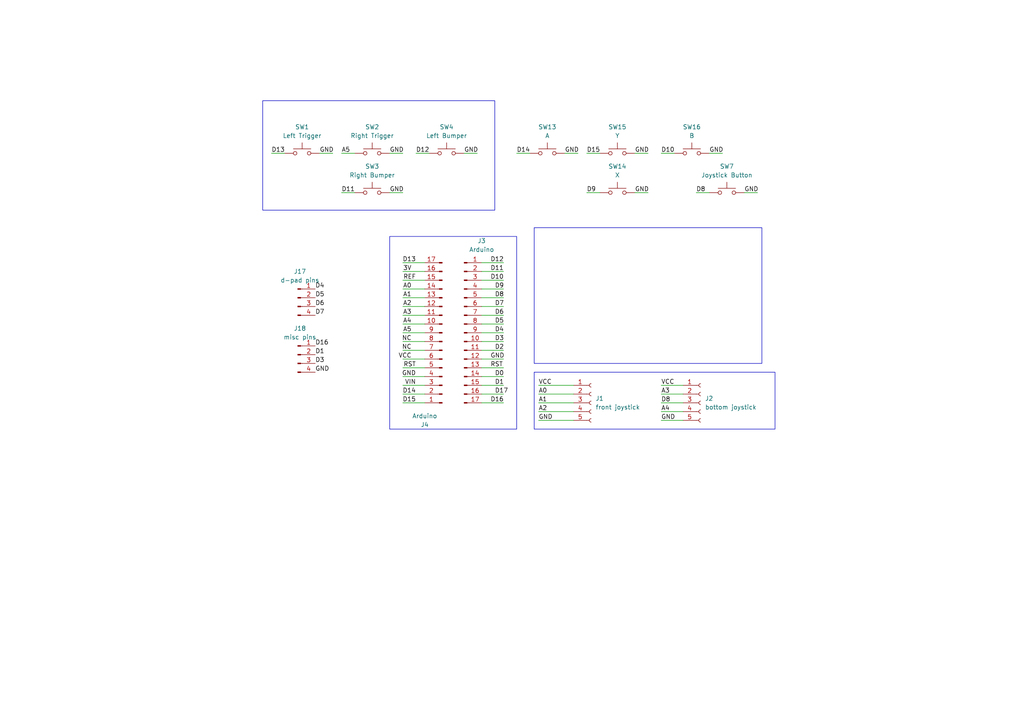
<source format=kicad_sch>
(kicad_sch (version 20231120) (generator "eeschema") (generator_version "8.0")
  (paper "A4")
  (lib_symbols
    (symbol "Connector:Conn_01x04_Pin" (pin_names (offset 1.016) hide)
      (property "Reference" "J" (at 0 5.08 0))
      (property "Value" "Conn_01x04_Pin" (at 0 -7.62 0))
      (symbol "Conn_01x04_Pin_1_1"
        (polyline (pts (xy 1.27 -5.08) (xy 0.8636 -5.08)) (stroke (width 0.1524)))
        (polyline (pts (xy 1.27 -2.54) (xy 0.8636 -2.54)) (stroke (width 0.1524)))
        (polyline (pts (xy 1.27 0) (xy 0.8636 0)) (stroke (width 0.1524)))
        (polyline (pts (xy 1.27 2.54) (xy 0.8636 2.54)) (stroke (width 0.1524)))
        (rectangle (start 0.8636 -4.953) (end 0 -5.207) (stroke (width 0.1524)) (fill (type outline)))
        (rectangle (start 0.8636 -2.413) (end 0 -2.667) (stroke (width 0.1524)) (fill (type outline)))
        (rectangle (start 0.8636 0.127) (end 0 -0.127) (stroke (width 0.1524)) (fill (type outline)))
        (rectangle (start 0.8636 2.667) (end 0 2.413) (stroke (width 0.1524)) (fill (type outline)))
        (pin passive line (at 5.08 2.54 180) (length 3.81) (name "Pin_1") (number "1"))
        (pin passive line (at 5.08 0 180) (length 3.81) (name "Pin_2") (number "2"))
        (pin passive line (at 5.08 -2.54 180) (length 3.81) (name "Pin_3") (number "3"))
        (pin passive line (at 5.08 -5.08 180) (length 3.81) (name "Pin_4") (number "4"))
      )
    )
    (symbol "Connector:Conn_01x05_Socket" (pin_names (offset 1.016) hide)
      (property "Reference" "J" (at 0 7.62 0))
      (property "Value" "Conn_01x05_Socket" (at 0 -7.62 0))
      (symbol "Conn_01x05_Socket_1_1"
        (arc (start 0 -4.572) (mid -0.5058 -5.08) (end 0 -5.588) (stroke (width 0.1524)))
        (arc (start 0 -2.032) (mid -0.5058 -2.54) (end 0 -3.048) (stroke (width 0.1524)))
        (polyline (pts (xy -1.27 -5.08) (xy -0.508 -5.08)) (stroke (width 0.1524)))
        (polyline (pts (xy -1.27 -2.54) (xy -0.508 -2.54)) (stroke (width 0.1524)))
        (polyline (pts (xy -1.27 0) (xy -0.508 0)) (stroke (width 0.1524)))
        (polyline (pts (xy -1.27 2.54) (xy -0.508 2.54)) (stroke (width 0.1524)))
        (polyline (pts (xy -1.27 5.08) (xy -0.508 5.08)) (stroke (width 0.1524)))
        (arc (start 0 0.508) (mid -0.5058 0) (end 0 -0.508) (stroke (width 0.1524)))
        (arc (start 0 3.048) (mid -0.5058 2.54) (end 0 2.032) (stroke (width 0.1524)))
        (arc (start 0 5.588) (mid -0.5058 5.08) (end 0 4.572) (stroke (width 0.1524)))
        (pin passive line (at -5.08 5.08 0) (length 3.81) (name "Pin_1") (number "1"))
        (pin passive line (at -5.08 2.54 0) (length 3.81) (name "Pin_2") (number "2"))
        (pin passive line (at -5.08 0 0) (length 3.81) (name "Pin_3") (number "3"))
        (pin passive line (at -5.08 -2.54 0) (length 3.81) (name "Pin_4") (number "4"))
        (pin passive line (at -5.08 -5.08 0) (length 3.81) (name "Pin_5") (number "5"))
      )
    )
    (symbol "Connector:Conn_01x17_Pin" (pin_names (offset 1.016) hide)
      (property "Reference" "J" (at 0 22.86 0))
      (property "Value" "Conn_01x17_Pin" (at 0 -22.86 0))
      (symbol "Conn_01x17_Pin_1_1"
        (polyline (pts (xy 1.27 -20.32) (xy 0.8636 -20.32)) (stroke (width 0.1524)))
        (polyline (pts (xy 1.27 -17.78) (xy 0.8636 -17.78)) (stroke (width 0.1524)))
        (polyline (pts (xy 1.27 -15.24) (xy 0.8636 -15.24)) (stroke (width 0.1524)))
        (polyline (pts (xy 1.27 -12.7) (xy 0.8636 -12.7)) (stroke (width 0.1524)))
        (polyline (pts (xy 1.27 -10.16) (xy 0.8636 -10.16)) (stroke (width 0.1524)))
        (polyline (pts (xy 1.27 -7.62) (xy 0.8636 -7.62)) (stroke (width 0.1524)))
        (polyline (pts (xy 1.27 -5.08) (xy 0.8636 -5.08)) (stroke (width 0.1524)))
        (polyline (pts (xy 1.27 -2.54) (xy 0.8636 -2.54)) (stroke (width 0.1524)))
        (polyline (pts (xy 1.27 0) (xy 0.8636 0)) (stroke (width 0.1524)))
        (polyline (pts (xy 1.27 2.54) (xy 0.8636 2.54)) (stroke (width 0.1524)))
        (polyline (pts (xy 1.27 5.08) (xy 0.8636 5.08)) (stroke (width 0.1524)))
        (polyline (pts (xy 1.27 7.62) (xy 0.8636 7.62)) (stroke (width 0.1524)))
        (polyline (pts (xy 1.27 10.16) (xy 0.8636 10.16)) (stroke (width 0.1524)))
        (polyline (pts (xy 1.27 12.7) (xy 0.8636 12.7)) (stroke (width 0.1524)))
        (polyline (pts (xy 1.27 15.24) (xy 0.8636 15.24)) (stroke (width 0.1524)))
        (polyline (pts (xy 1.27 17.78) (xy 0.8636 17.78)) (stroke (width 0.1524)))
        (polyline (pts (xy 1.27 20.32) (xy 0.8636 20.32)) (stroke (width 0.1524)))
        (rectangle (start 0.8636 -20.193) (end 0 -20.447) (stroke (width 0.1524)) (fill (type outline)))
        (rectangle (start 0.8636 -17.653) (end 0 -17.907) (stroke (width 0.1524)) (fill (type outline)))
        (rectangle (start 0.8636 -15.113) (end 0 -15.367) (stroke (width 0.1524)) (fill (type outline)))
        (rectangle (start 0.8636 -12.573) (end 0 -12.827) (stroke (width 0.1524)) (fill (type outline)))
        (rectangle (start 0.8636 -10.033) (end 0 -10.287) (stroke (width 0.1524)) (fill (type outline)))
        (rectangle (start 0.8636 -7.493) (end 0 -7.747) (stroke (width 0.1524)) (fill (type outline)))
        (rectangle (start 0.8636 -4.953) (end 0 -5.207) (stroke (width 0.1524)) (fill (type outline)))
        (rectangle (start 0.8636 -2.413) (end 0 -2.667) (stroke (width 0.1524)) (fill (type outline)))
        (rectangle (start 0.8636 0.127) (end 0 -0.127) (stroke (width 0.1524)) (fill (type outline)))
        (rectangle (start 0.8636 2.667) (end 0 2.413) (stroke (width 0.1524)) (fill (type outline)))
        (rectangle (start 0.8636 5.207) (end 0 4.953) (stroke (width 0.1524)) (fill (type outline)))
        (rectangle (start 0.8636 7.747) (end 0 7.493) (stroke (width 0.1524)) (fill (type outline)))
        (rectangle (start 0.8636 10.287) (end 0 10.033) (stroke (width 0.1524)) (fill (type outline)))
        (rectangle (start 0.8636 12.827) (end 0 12.573) (stroke (width 0.1524)) (fill (type outline)))
        (rectangle (start 0.8636 15.367) (end 0 15.113) (stroke (width 0.1524)) (fill (type outline)))
        (rectangle (start 0.8636 17.907) (end 0 17.653) (stroke (width 0.1524)) (fill (type outline)))
        (rectangle (start 0.8636 20.447) (end 0 20.193) (stroke (width 0.1524)) (fill (type outline)))
        (pin passive line (at 5.08 20.32 180) (length 3.81) (name "Pin_1") (number "1"))
        (pin passive line (at 5.08 -2.54 180) (length 3.81) (name "Pin_10") (number "10"))
        (pin passive line (at 5.08 -5.08 180) (length 3.81) (name "Pin_11") (number "11"))
        (pin passive line (at 5.08 -7.62 180) (length 3.81) (name "Pin_12") (number "12"))
        (pin passive line (at 5.08 -10.16 180) (length 3.81) (name "Pin_13") (number "13"))
        (pin passive line (at 5.08 -12.7 180) (length 3.81) (name "Pin_14") (number "14"))
        (pin passive line (at 5.08 -15.24 180) (length 3.81) (name "Pin_15") (number "15"))
        (pin passive line (at 5.08 -17.78 180) (length 3.81) (name "Pin_16") (number "16"))
        (pin passive line (at 5.08 -20.32 180) (length 3.81) (name "Pin_17") (number "17"))
        (pin passive line (at 5.08 17.78 180) (length 3.81) (name "Pin_2") (number "2"))
        (pin passive line (at 5.08 15.24 180) (length 3.81) (name "Pin_3") (number "3"))
        (pin passive line (at 5.08 12.7 180) (length 3.81) (name "Pin_4") (number "4"))
        (pin passive line (at 5.08 10.16 180) (length 3.81) (name "Pin_5") (number "5"))
        (pin passive line (at 5.08 7.62 180) (length 3.81) (name "Pin_6") (number "6"))
        (pin passive line (at 5.08 5.08 180) (length 3.81) (name "Pin_7") (number "7"))
        (pin passive line (at 5.08 2.54 180) (length 3.81) (name "Pin_8") (number "8"))
        (pin passive line (at 5.08 0 180) (length 3.81) (name "Pin_9") (number "9"))
      )
    )
    (symbol "Switch:SW_Push" (pin_numbers hide) (pin_names (offset 1.016) hide)
      (property "Reference" "SW" (at 1.27 2.54 0))
      (property "Value" "SW_Push" (at 0 -1.524 0))
      (symbol "SW_Push_0_1"
        (circle (center -2.032 0) (radius 0.508))
        (polyline (pts (xy 0 1.27) (xy 0 3.048)))
        (polyline (pts (xy 2.54 1.27) (xy -2.54 1.27)))
        (circle (center 2.032 0) (radius 0.508))
        (pin passive line (at -5.08 0 0) (length 2.54) (name "1") (number "1"))
        (pin passive line (at 5.08 0 180) (length 2.54) (name "2") (number "2"))
      )
    )
  )
  (wire (pts (xy 139.7 106.68) (xy 146.05 106.68)))
  (wire (pts (xy 139.7 88.9) (xy 146.05 88.9)))
  (wire (pts (xy 201.93 55.88) (xy 205.74 55.88)))
  (wire (pts (xy 184.15 55.88) (xy 187.96 55.88)))
  (wire (pts (xy 139.7 116.84) (xy 146.05 116.84)))
  (wire (pts (xy 166.37 114.3) (xy 156.21 114.3)))
  (wire (pts (xy 116.84 78.74) (xy 123.19 78.74)))
  (wire (pts (xy 99.06 55.88) (xy 102.87 55.88)))
  (wire (pts (xy 139.7 101.6) (xy 146.05 101.6)))
  (wire (pts (xy 116.84 86.36) (xy 123.19 86.36)))
  (wire (pts (xy 139.7 81.28) (xy 146.05 81.28)))
  (wire (pts (xy 191.77 116.84) (xy 198.12 116.84)))
  (wire (pts (xy 113.03 44.45) (xy 116.84 44.45)))
  (wire (pts (xy 191.77 111.76) (xy 198.12 111.76)))
  (wire (pts (xy 116.84 106.68) (xy 123.19 106.68)))
  (wire (pts (xy 139.7 99.06) (xy 146.05 99.06)))
  (wire (pts (xy 191.77 119.38) (xy 198.12 119.38)))
  (wire (pts (xy 116.84 111.76) (xy 123.19 111.76)))
  (wire (pts (xy 123.19 104.14) (xy 116.84 104.14)))
  (wire (pts (xy 191.77 44.45) (xy 195.58 44.45)))
  (wire (pts (xy 123.19 93.98) (xy 116.84 93.98)))
  (wire (pts (xy 184.15 44.45) (xy 187.96 44.45)))
  (wire (pts (xy 123.19 99.06) (xy 116.84 99.06)))
  (wire (pts (xy 78.74 44.45) (xy 82.55 44.45)))
  (wire (pts (xy 123.19 116.84) (xy 116.84 116.84)))
  (wire (pts (xy 163.83 44.45) (xy 167.64 44.45)))
  (wire (pts (xy 123.19 96.52) (xy 116.84 96.52)))
  (wire (pts (xy 191.77 114.3) (xy 198.12 114.3)))
  (wire (pts (xy 123.19 114.3) (xy 116.84 114.3)))
  (wire (pts (xy 139.7 91.44) (xy 146.05 91.44)))
  (wire (pts (xy 170.18 55.88) (xy 173.99 55.88)))
  (wire (pts (xy 149.86 44.45) (xy 153.67 44.45)))
  (wire (pts (xy 116.84 109.22) (xy 123.19 109.22)))
  (wire (pts (xy 123.19 101.6) (xy 116.84 101.6)))
  (wire (pts (xy 123.19 83.82) (xy 116.84 83.82)))
  (wire (pts (xy 139.7 83.82) (xy 146.05 83.82)))
  (wire (pts (xy 99.06 44.45) (xy 102.87 44.45)))
  (wire (pts (xy 134.62 44.45) (xy 138.43 44.45)))
  (wire (pts (xy 139.7 76.2) (xy 146.05 76.2)))
  (wire (pts (xy 92.71 44.45) (xy 96.52 44.45)))
  (wire (pts (xy 116.84 81.28) (xy 123.19 81.28)))
  (wire (pts (xy 166.37 116.84) (xy 156.21 116.84)))
  (wire (pts (xy 166.37 121.92) (xy 156.21 121.92)))
  (wire (pts (xy 116.84 88.9) (xy 123.19 88.9)))
  (wire (pts (xy 139.7 93.98) (xy 146.05 93.98)))
  (wire (pts (xy 139.7 114.3) (xy 146.05 114.3)))
  (wire (pts (xy 170.18 44.45) (xy 173.99 44.45)))
  (wire (pts (xy 120.65 44.45) (xy 124.46 44.45)))
  (wire (pts (xy 139.7 96.52) (xy 146.05 96.52)))
  (wire (pts (xy 166.37 111.76) (xy 156.21 111.76)))
  (wire (pts (xy 191.77 121.92) (xy 198.12 121.92)))
  (wire (pts (xy 205.74 44.45) (xy 209.55 44.45)))
  (wire (pts (xy 139.7 104.14) (xy 146.05 104.14)))
  (wire (pts (xy 123.19 76.2) (xy 116.84 76.2)))
  (wire (pts (xy 139.7 109.22) (xy 146.05 109.22)))
  (wire (pts (xy 139.7 78.74) (xy 146.05 78.74)))
  (wire (pts (xy 166.37 119.38) (xy 156.21 119.38)))
  (wire (pts (xy 215.9 55.88) (xy 219.71 55.88)))
  (wire (pts (xy 139.7 111.76) (xy 146.05 111.76)))
  (wire (pts (xy 123.19 91.44) (xy 116.84 91.44)))
  (wire (pts (xy 139.7 86.36) (xy 146.05 86.36)))
  (wire (pts (xy 113.03 55.88) (xy 116.84 55.88)))
  (rectangle (start 113.03 68.58) (end 149.86 124.46))
  (rectangle (start 154.94 107.95) (end 224.79 124.46))
  (rectangle (start 76.2 29.21) (end 143.51 60.96))
  (rectangle (start 154.94 66.04) (end 220.98 105.41))
  (label "VCC" (at 119.38 104.14 180))
  (label "D3" (at 91.44 105.41 0))
  (label "D14" (at 149.86 44.45 0))
  (label "GND" (at 215.9 55.88 0))
  (label "D1" (at 143.51 111.76 0))
  (label "D10" (at 142.24 81.28 0))
  (label "GND" (at 184.15 55.88 0))
  (label "D8" (at 191.77 116.84 0))
  (label "GND" (at 163.83 44.45 0))
  (label "VCC" (at 191.77 111.76 0))
  (label "VCC" (at 156.21 111.76 0))
  (label "GND" (at 156.21 121.92 0))
  (label "RST" (at 142.24 106.68 0))
  (label "D6" (at 143.51 91.44 0))
  (label "A4" (at 191.77 119.38 0))
  (label "D0" (at 143.51 109.22 0))
  (label "A3" (at 191.77 114.3 0))
  (label "NC" (at 119.38 101.6 180))
  (label "GND" (at 113.03 55.88 0))
  (label "3V" (at 119.38 78.74 180))
  (label "D14" (at 120.65 114.3 180))
  (label "D4" (at 91.44 83.82 0))
  (label "GND" (at 142.24 104.14 0))
  (label "A0" (at 119.38 83.82 180))
  (label "A1" (at 119.38 86.36 180))
  (label "A5" (at 119.38 96.52 180))
  (label "D2" (at 143.51 101.6 0))
  (label "D6" (at 91.44 88.9 0))
  (label "GND" (at 184.15 44.45 0))
  (label "D12" (at 120.65 44.45 0))
  (label "D9" (at 170.18 55.88 0))
  (label "D1" (at 91.44 102.87 0))
  (label "D3" (at 143.51 99.06 0))
  (label "GND" (at 134.62 44.45 0))
  (label "D16" (at 91.44 100.33 0))
  (label "VIN" (at 120.65 111.76 180))
  (label "D7" (at 143.51 88.9 0))
  (label "GND" (at 205.74 44.45 0))
  (label "D13" (at 120.65 76.2 180))
  (label "REF" (at 120.65 81.28 180))
  (label "GND" (at 120.65 109.22 180))
  (label "A4" (at 119.38 93.98 180))
  (label "D5" (at 143.51 93.98 0))
  (label "A3" (at 119.38 91.44 180))
  (label "RST" (at 120.65 106.68 180))
  (label "D8" (at 143.51 86.36 0))
  (label "D9" (at 143.51 83.82 0))
  (label "D7" (at 91.44 91.44 0))
  (label "D13" (at 78.74 44.45 0))
  (label "D8" (at 201.93 55.88 0))
  (label "D16" (at 142.24 116.84 0))
  (label "D12" (at 142.24 76.2 0))
  (label "A1" (at 156.21 116.84 0))
  (label "D10" (at 191.77 44.45 0))
  (label "A2" (at 156.21 119.38 0))
  (label "D15" (at 120.65 116.84 180))
  (label "A2" (at 119.38 88.9 180))
  (label "GND" (at 191.77 121.92 0))
  (label "D11" (at 99.06 55.88 0))
  (label "GND" (at 113.03 44.45 0))
  (label "D5" (at 91.44 86.36 0))
  (label "D17" (at 143.51 114.3 0))
  (label "D15" (at 170.18 44.45 0))
  (label "D4" (at 143.51 96.52 0))
  (label "D11" (at 142.24 78.74 0))
  (label "GND" (at 91.44 107.95 0))
  (label "NC" (at 119.38 99.06 180))
  (label "A0" (at 156.21 114.3 0))
  (label "GND" (at 92.71 44.45 0))
  (label "A5" (at 99.06 44.45 0))
  (symbol (lib_id "Connector:Conn_01x04_Pin") (at 86.36 102.87 0) (unit 1)
    (property "Reference" "J18" (at 86.995 95.25 0))
    (property "Value" "misc pins" (at 86.995 97.79 0))
    (property "Footprint" "Connector_PinSocket_2.54mm:PinSocket_1x04_P2.54mm_Vertical" (effects (hide yes)))
    (property "Description" "Generic connector, single row, 01x04, script generated" (effects (hide yes)))
  )
  (symbol (lib_id "Connector:Conn_01x17_Pin") (at 134.62 96.52 0) (unit 1)
    (property "Reference" "J3" (at 139.7 69.85 0))
    (property "Value" "Arduino" (at 139.7 72.39 0))
    (property "Footprint" "Connector_PinSocket_2.54mm:PinSocket_1x17_P2.54mm_Vertical" (effects (hide yes)))
  )
  (symbol (lib_id "Connector:Conn_01x05_Socket") (at 203.2 116.84 0) (unit 1)
    (property "Reference" "J2" (at 204.47 115.5699 0) (effects (justify left)))
    (property "Value" "bottom joystick" (at 204.47 118.1099 0) (effects (justify left)))
    (property "Footprint" "Connector_PinSocket_2.54mm:PinSocket_1x05_P2.54mm_Vertical" (effects (hide yes)))
  )
  (symbol (lib_id "Connector:Conn_01x05_Socket") (at 171.45 116.84 0) (unit 1)
    (property "Reference" "J1" (at 172.72 115.5699 0) (effects (justify left)))
    (property "Value" "front joystick" (at 172.72 118.1099 0) (effects (justify left)))
    (property "Footprint" "Connector_PinSocket_2.54mm:PinSocket_1x05_P2.54mm_Vertical" (effects (hide yes)))
  )
  (symbol (lib_id "Switch:SW_Push") (at 87.63 44.45 0) (unit 1)
    (property "Reference" "SW1" (at 87.63 36.83 0))
    (property "Value" "Left Trigger" (at 87.63 39.37 0))
    (property "Footprint" "Downloads:SW_BUTT-2" (effects (hide yes)))
    (property "Description" "Push button switch, generic, two pins" (effects (hide yes)))
  )
  (symbol (lib_id "Switch:SW_Push") (at 107.95 55.88 0) (unit 1)
    (property "Reference" "SW3" (at 107.95 48.26 0))
    (property "Value" "Right Bumper" (at 107.95 50.8 0))
    (property "Footprint" "Downloads:SW_BUTT-2" (effects (hide yes)))
    (property "Description" "Push button switch, generic, two pins" (effects (hide yes)))
  )
  (symbol (lib_id "Switch:SW_Push") (at 158.75 44.45 0) (unit 1)
    (property "Reference" "SW13" (at 158.75 36.83 0))
    (property "Value" "A" (at 158.75 39.37 0))
    (property "Footprint" "Downloads:SW_BUTT-2" (effects (hide yes)))
    (property "Description" "Push button switch, generic, two pins" (effects (hide yes)))
  )
  (symbol (lib_id "Switch:SW_Push") (at 107.95 44.45 0) (unit 1)
    (property "Reference" "SW2" (at 107.95 36.83 0))
    (property "Value" "Right Trigger" (at 107.95 39.37 0))
    (property "Footprint" "Downloads:SW_BUTT-2" (effects (hide yes)))
    (property "Description" "Push button switch, generic, two pins" (effects (hide yes)))
  )
  (symbol (lib_id "Switch:SW_Push") (at 129.54 44.45 0) (unit 1)
    (property "Reference" "SW4" (at 129.54 36.83 0))
    (property "Value" "Left Bumper" (at 129.54 39.37 0))
    (property "Footprint" "Downloads:SW_BUTT-2" (effects (hide yes)))
    (property "Description" "Push button switch, generic, two pins" (effects (hide yes)))
  )
  (symbol (lib_id "Connector:Conn_01x17_Pin") (at 128.27 96.52 180) (unit 1)
    (property "Reference" "J4" (at 123.19 123.19 0))
    (property "Value" "Arduino" (at 123.19 120.65 0))
    (property "Footprint" "Connector_PinSocket_2.54mm:PinSocket_1x17_P2.54mm_Vertical" (effects (hide yes)))
  )
  (symbol (lib_id "Connector:Conn_01x04_Pin") (at 86.36 86.36 0) (unit 1)
    (property "Reference" "J17" (at 86.995 78.74 0))
    (property "Value" "d-pad pins" (at 86.995 81.28 0))
    (property "Footprint" "Connector_PinSocket_2.54mm:PinSocket_1x04_P2.54mm_Vertical" (effects (hide yes)))
    (property "Description" "Generic connector, single row, 01x04, script generated" (effects (hide yes)))
  )
  (symbol (lib_id "Switch:SW_Push") (at 179.07 44.45 0) (unit 1)
    (property "Reference" "SW15" (at 179.07 36.83 0))
    (property "Value" "Y" (at 179.07 39.37 0))
    (property "Footprint" "Downloads:SW_BUTT-2" (effects (hide yes)))
    (property "Description" "Push button switch, generic, two pins" (effects (hide yes)))
  )
  (symbol (lib_id "Switch:SW_Push") (at 210.82 55.88 0) (unit 1)
    (property "Reference" "SW7" (at 210.82 48.26 0))
    (property "Value" "Joystick Button" (at 210.82 50.8 0))
    (property "Footprint" "Downloads:SW_BUTT-2" (effects (hide yes)))
    (property "Description" "Push button switch, generic, two pins" (effects (hide yes)))
  )
  (symbol (lib_id "Switch:SW_Push") (at 200.66 44.45 0) (unit 1)
    (property "Reference" "SW16" (at 200.66 36.83 0))
    (property "Value" "B" (at 200.66 39.37 0))
    (property "Footprint" "Downloads:SW_BUTT-2" (effects (hide yes)))
    (property "Description" "Push button switch, generic, two pins" (effects (hide yes)))
  )
  (symbol (lib_id "Switch:SW_Push") (at 179.07 55.88 0) (unit 1)
    (property "Reference" "SW14" (at 179.07 48.26 0))
    (property "Value" "X" (at 179.07 50.8 0))
    (property "Footprint" "Downloads:SW_BUTT-2" (effects (hide yes)))
    (property "Description" "Push button switch, generic, two pins" (effects (hide yes)))
  )
)
</source>
